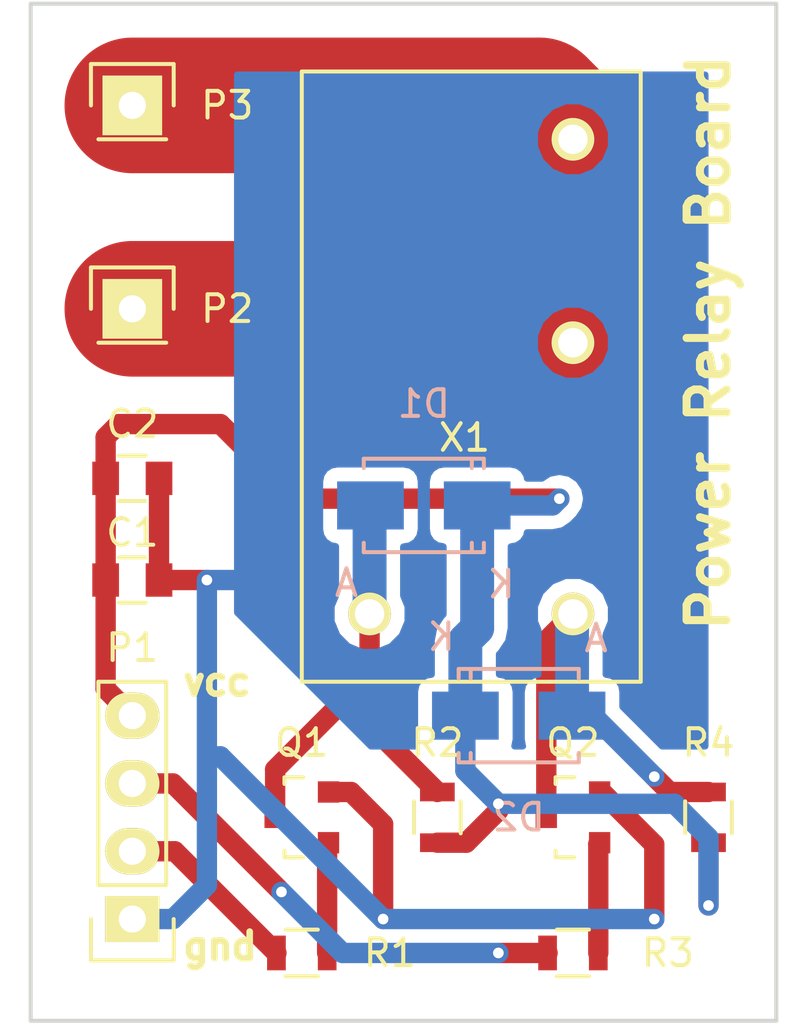
<source format=kicad_pcb>
(kicad_pcb (version 4) (host pcbnew 4.0.2-stable)

  (general
    (links 22)
    (no_connects 0)
    (area 88.824999 83.744999 116.915001 121.995001)
    (thickness 1.6)
    (drawings 7)
    (tracks 77)
    (zones 0)
    (modules 14)
    (nets 11)
  )

  (page A4)
  (layers
    (0 F.Cu signal)
    (31 B.Cu signal)
    (32 B.Adhes user)
    (33 F.Adhes user)
    (34 B.Paste user)
    (35 F.Paste user)
    (36 B.SilkS user)
    (37 F.SilkS user)
    (38 B.Mask user)
    (39 F.Mask user)
    (40 Dwgs.User user)
    (41 Cmts.User user)
    (42 Eco1.User user)
    (43 Eco2.User user)
    (44 Edge.Cuts user)
    (45 Margin user)
    (46 B.CrtYd user)
    (47 F.CrtYd user)
    (48 B.Fab user)
    (49 F.Fab user)
  )

  (setup
    (last_trace_width 0.762)
    (user_trace_width 0.254)
    (user_trace_width 0.762)
    (user_trace_width 1.27)
    (user_trace_width 2.54)
    (user_trace_width 5.08)
    (user_trace_width 7.62)
    (trace_clearance 0.2)
    (zone_clearance 0.508)
    (zone_45_only no)
    (trace_min 0.2)
    (segment_width 0.2)
    (edge_width 0.15)
    (via_size 0.6)
    (via_drill 0.4)
    (via_min_size 0.4)
    (via_min_drill 0.3)
    (uvia_size 0.3)
    (uvia_drill 0.1)
    (uvias_allowed no)
    (uvia_min_size 0.2)
    (uvia_min_drill 0.1)
    (pcb_text_width 0.3)
    (pcb_text_size 1.5 1.5)
    (mod_edge_width 0.15)
    (mod_text_size 1 1)
    (mod_text_width 0.15)
    (pad_size 1.524 1.524)
    (pad_drill 0.762)
    (pad_to_mask_clearance 0.2)
    (aux_axis_origin 0 0)
    (visible_elements 7FFFEFFF)
    (pcbplotparams
      (layerselection 0x00030_80000001)
      (usegerberextensions false)
      (excludeedgelayer true)
      (linewidth 0.100000)
      (plotframeref false)
      (viasonmask false)
      (mode 1)
      (useauxorigin false)
      (hpglpennumber 1)
      (hpglpenspeed 20)
      (hpglpendiameter 15)
      (hpglpenoverlay 2)
      (psnegative false)
      (psa4output false)
      (plotreference true)
      (plotvalue true)
      (plotinvisibletext false)
      (padsonsilk false)
      (subtractmaskfromsilk false)
      (outputformat 1)
      (mirror false)
      (drillshape 1)
      (scaleselection 1)
      (outputdirectory ""))
  )

  (net 0 "")
  (net 1 VCC)
  (net 2 GND)
  (net 3 /CTRL_IN)
  (net 4 "Net-(P2-Pad1)")
  (net 5 "Net-(Q1-Pad1)")
  (net 6 /BRIDGE_+)
  (net 7 "Net-(Q2-Pad1)")
  (net 8 /BRIDGE_-)
  (net 9 "Net-(P3-Pad1)")
  (net 10 /CTRL_IN_-)

  (net_class Default "This is the default net class."
    (clearance 0.2)
    (trace_width 0.25)
    (via_dia 0.6)
    (via_drill 0.4)
    (uvia_dia 0.3)
    (uvia_drill 0.1)
    (add_net /BRIDGE_+)
    (add_net /BRIDGE_-)
    (add_net /CTRL_IN)
    (add_net /CTRL_IN_-)
    (add_net GND)
    (add_net "Net-(P2-Pad1)")
    (add_net "Net-(P3-Pad1)")
    (add_net "Net-(Q1-Pad1)")
    (add_net "Net-(Q2-Pad1)")
    (add_net VCC)
  )

  (module Capacitors_SMD:C_0805 (layer F.Cu) (tedit 57E77410) (tstamp 57E77095)
    (at 92.71 105.41)
    (descr "Capacitor SMD 0805, reflow soldering, AVX (see smccp.pdf)")
    (tags "capacitor 0805")
    (path /57E761AC)
    (attr smd)
    (fp_text reference C1 (at 0 -1.778) (layer F.SilkS)
      (effects (font (size 1 1) (thickness 0.15)))
    )
    (fp_text value C (at 0 2.1) (layer F.Fab)
      (effects (font (size 1 1) (thickness 0.15)))
    )
    (fp_line (start -1.8 -1) (end 1.8 -1) (layer F.CrtYd) (width 0.05))
    (fp_line (start -1.8 1) (end 1.8 1) (layer F.CrtYd) (width 0.05))
    (fp_line (start -1.8 -1) (end -1.8 1) (layer F.CrtYd) (width 0.05))
    (fp_line (start 1.8 -1) (end 1.8 1) (layer F.CrtYd) (width 0.05))
    (fp_line (start 0.5 -0.85) (end -0.5 -0.85) (layer F.SilkS) (width 0.15))
    (fp_line (start -0.5 0.85) (end 0.5 0.85) (layer F.SilkS) (width 0.15))
    (pad 1 smd rect (at -1 0) (size 1 1.25) (layers F.Cu F.Paste F.Mask)
      (net 1 VCC))
    (pad 2 smd rect (at 1 0) (size 1 1.25) (layers F.Cu F.Paste F.Mask)
      (net 2 GND))
    (model Capacitors_SMD.3dshapes/C_0805.wrl
      (at (xyz 0 0 0))
      (scale (xyz 1 1 1))
      (rotate (xyz 0 0 0))
    )
  )

  (module Capacitors_SMD:C_0805 (layer F.Cu) (tedit 57E7740D) (tstamp 57E7709B)
    (at 92.71 101.6)
    (descr "Capacitor SMD 0805, reflow soldering, AVX (see smccp.pdf)")
    (tags "capacitor 0805")
    (path /57E76204)
    (attr smd)
    (fp_text reference C2 (at 0 -2.032) (layer F.SilkS)
      (effects (font (size 1 1) (thickness 0.15)))
    )
    (fp_text value C (at 0 2.1) (layer F.Fab)
      (effects (font (size 1 1) (thickness 0.15)))
    )
    (fp_line (start -1.8 -1) (end 1.8 -1) (layer F.CrtYd) (width 0.05))
    (fp_line (start -1.8 1) (end 1.8 1) (layer F.CrtYd) (width 0.05))
    (fp_line (start -1.8 -1) (end -1.8 1) (layer F.CrtYd) (width 0.05))
    (fp_line (start 1.8 -1) (end 1.8 1) (layer F.CrtYd) (width 0.05))
    (fp_line (start 0.5 -0.85) (end -0.5 -0.85) (layer F.SilkS) (width 0.15))
    (fp_line (start -0.5 0.85) (end 0.5 0.85) (layer F.SilkS) (width 0.15))
    (pad 1 smd rect (at -1 0) (size 1 1.25) (layers F.Cu F.Paste F.Mask)
      (net 1 VCC))
    (pad 2 smd rect (at 1 0) (size 1 1.25) (layers F.Cu F.Paste F.Mask)
      (net 2 GND))
    (model Capacitors_SMD.3dshapes/C_0805.wrl
      (at (xyz 0 0 0))
      (scale (xyz 1 1 1))
      (rotate (xyz 0 0 0))
    )
  )

  (module Pin_Headers:Pin_Header_Straight_1x04 (layer F.Cu) (tedit 57E773BE) (tstamp 57E770A3)
    (at 92.71 118.11 180)
    (descr "Through hole pin header")
    (tags "pin header")
    (path /57E75EDB)
    (fp_text reference P1 (at 0 10.16 180) (layer F.SilkS)
      (effects (font (size 1 1) (thickness 0.15)))
    )
    (fp_text value CONN_01X04 (at 0 -3.1 180) (layer F.Fab)
      (effects (font (size 1 1) (thickness 0.15)))
    )
    (fp_line (start -1.75 -1.75) (end -1.75 9.4) (layer F.CrtYd) (width 0.05))
    (fp_line (start 1.75 -1.75) (end 1.75 9.4) (layer F.CrtYd) (width 0.05))
    (fp_line (start -1.75 -1.75) (end 1.75 -1.75) (layer F.CrtYd) (width 0.05))
    (fp_line (start -1.75 9.4) (end 1.75 9.4) (layer F.CrtYd) (width 0.05))
    (fp_line (start -1.27 1.27) (end -1.27 8.89) (layer F.SilkS) (width 0.15))
    (fp_line (start 1.27 1.27) (end 1.27 8.89) (layer F.SilkS) (width 0.15))
    (fp_line (start 1.55 -1.55) (end 1.55 0) (layer F.SilkS) (width 0.15))
    (fp_line (start -1.27 8.89) (end 1.27 8.89) (layer F.SilkS) (width 0.15))
    (fp_line (start 1.27 1.27) (end -1.27 1.27) (layer F.SilkS) (width 0.15))
    (fp_line (start -1.55 0) (end -1.55 -1.55) (layer F.SilkS) (width 0.15))
    (fp_line (start -1.55 -1.55) (end 1.55 -1.55) (layer F.SilkS) (width 0.15))
    (pad 1 thru_hole rect (at 0 0 180) (size 2.032 1.7272) (drill 1.016) (layers *.Cu *.Mask F.SilkS)
      (net 2 GND))
    (pad 2 thru_hole oval (at 0 2.54 180) (size 2.032 1.7272) (drill 1.016) (layers *.Cu *.Mask F.SilkS)
      (net 10 /CTRL_IN_-))
    (pad 3 thru_hole oval (at 0 5.08 180) (size 2.032 1.7272) (drill 1.016) (layers *.Cu *.Mask F.SilkS)
      (net 3 /CTRL_IN))
    (pad 4 thru_hole oval (at 0 7.62 180) (size 2.032 1.7272) (drill 1.016) (layers *.Cu *.Mask F.SilkS)
      (net 1 VCC))
    (model Pin_Headers.3dshapes/Pin_Header_Straight_1x04.wrl
      (at (xyz 0 -0.15 0))
      (scale (xyz 1 1 1))
      (rotate (xyz 0 0 90))
    )
  )

  (module TO_SOT_Packages_SMD:SOT-23 (layer F.Cu) (tedit 57E773B5) (tstamp 57E770B0)
    (at 99.06 114.3 90)
    (descr "SOT-23, Standard")
    (tags SOT-23)
    (path /57E86621)
    (attr smd)
    (fp_text reference Q1 (at 2.794 0 180) (layer F.SilkS)
      (effects (font (size 1 1) (thickness 0.15)))
    )
    (fp_text value Q_NPN_BEC (at 0 2.3 90) (layer F.Fab)
      (effects (font (size 1 1) (thickness 0.15)))
    )
    (fp_line (start -1.65 -1.6) (end 1.65 -1.6) (layer F.CrtYd) (width 0.05))
    (fp_line (start 1.65 -1.6) (end 1.65 1.6) (layer F.CrtYd) (width 0.05))
    (fp_line (start 1.65 1.6) (end -1.65 1.6) (layer F.CrtYd) (width 0.05))
    (fp_line (start -1.65 1.6) (end -1.65 -1.6) (layer F.CrtYd) (width 0.05))
    (fp_line (start 1.29916 -0.65024) (end 1.2509 -0.65024) (layer F.SilkS) (width 0.15))
    (fp_line (start -1.49982 0.0508) (end -1.49982 -0.65024) (layer F.SilkS) (width 0.15))
    (fp_line (start -1.49982 -0.65024) (end -1.2509 -0.65024) (layer F.SilkS) (width 0.15))
    (fp_line (start 1.29916 -0.65024) (end 1.49982 -0.65024) (layer F.SilkS) (width 0.15))
    (fp_line (start 1.49982 -0.65024) (end 1.49982 0.0508) (layer F.SilkS) (width 0.15))
    (pad 1 smd rect (at -0.95 1.00076 90) (size 0.8001 0.8001) (layers F.Cu F.Paste F.Mask)
      (net 5 "Net-(Q1-Pad1)"))
    (pad 2 smd rect (at 0.95 1.00076 90) (size 0.8001 0.8001) (layers F.Cu F.Paste F.Mask)
      (net 2 GND))
    (pad 3 smd rect (at 0 -0.99822 90) (size 0.8001 0.8001) (layers F.Cu F.Paste F.Mask)
      (net 6 /BRIDGE_+))
    (model TO_SOT_Packages_SMD.3dshapes/SOT-23.wrl
      (at (xyz 0 0 0))
      (scale (xyz 1 1 1))
      (rotate (xyz 0 0 0))
    )
  )

  (module TO_SOT_Packages_SMD:SOT-23 (layer F.Cu) (tedit 57E773AB) (tstamp 57E770B7)
    (at 109.22 114.3 90)
    (descr "SOT-23, Standard")
    (tags SOT-23)
    (path /57E86E6E)
    (attr smd)
    (fp_text reference Q2 (at 2.794 0 180) (layer F.SilkS)
      (effects (font (size 1 1) (thickness 0.15)))
    )
    (fp_text value Q_NPN_BEC (at 0 2.3 90) (layer F.Fab)
      (effects (font (size 1 1) (thickness 0.15)))
    )
    (fp_line (start -1.65 -1.6) (end 1.65 -1.6) (layer F.CrtYd) (width 0.05))
    (fp_line (start 1.65 -1.6) (end 1.65 1.6) (layer F.CrtYd) (width 0.05))
    (fp_line (start 1.65 1.6) (end -1.65 1.6) (layer F.CrtYd) (width 0.05))
    (fp_line (start -1.65 1.6) (end -1.65 -1.6) (layer F.CrtYd) (width 0.05))
    (fp_line (start 1.29916 -0.65024) (end 1.2509 -0.65024) (layer F.SilkS) (width 0.15))
    (fp_line (start -1.49982 0.0508) (end -1.49982 -0.65024) (layer F.SilkS) (width 0.15))
    (fp_line (start -1.49982 -0.65024) (end -1.2509 -0.65024) (layer F.SilkS) (width 0.15))
    (fp_line (start 1.29916 -0.65024) (end 1.49982 -0.65024) (layer F.SilkS) (width 0.15))
    (fp_line (start 1.49982 -0.65024) (end 1.49982 0.0508) (layer F.SilkS) (width 0.15))
    (pad 1 smd rect (at -0.95 1.00076 90) (size 0.8001 0.8001) (layers F.Cu F.Paste F.Mask)
      (net 7 "Net-(Q2-Pad1)"))
    (pad 2 smd rect (at 0.95 1.00076 90) (size 0.8001 0.8001) (layers F.Cu F.Paste F.Mask)
      (net 2 GND))
    (pad 3 smd rect (at 0 -0.99822 90) (size 0.8001 0.8001) (layers F.Cu F.Paste F.Mask)
      (net 8 /BRIDGE_-))
    (model TO_SOT_Packages_SMD.3dshapes/SOT-23.wrl
      (at (xyz 0 0 0))
      (scale (xyz 1 1 1))
      (rotate (xyz 0 0 0))
    )
  )

  (module Resistors_SMD:R_0805 (layer F.Cu) (tedit 57E82CAD) (tstamp 57E770BD)
    (at 99.06 119.38 180)
    (descr "Resistor SMD 0805, reflow soldering, Vishay (see dcrcw.pdf)")
    (tags "resistor 0805")
    (path /57E74D5E)
    (attr smd)
    (fp_text reference R1 (at -3.302 0 180) (layer F.SilkS)
      (effects (font (size 1 1) (thickness 0.15)))
    )
    (fp_text value 100 (at 0 2.1 180) (layer F.Fab)
      (effects (font (size 1 1) (thickness 0.15)))
    )
    (fp_line (start -1.6 -1) (end 1.6 -1) (layer F.CrtYd) (width 0.05))
    (fp_line (start -1.6 1) (end 1.6 1) (layer F.CrtYd) (width 0.05))
    (fp_line (start -1.6 -1) (end -1.6 1) (layer F.CrtYd) (width 0.05))
    (fp_line (start 1.6 -1) (end 1.6 1) (layer F.CrtYd) (width 0.05))
    (fp_line (start 0.6 0.875) (end -0.6 0.875) (layer F.SilkS) (width 0.15))
    (fp_line (start -0.6 -0.875) (end 0.6 -0.875) (layer F.SilkS) (width 0.15))
    (pad 1 smd rect (at -0.95 0 180) (size 0.7 1.3) (layers F.Cu F.Paste F.Mask)
      (net 5 "Net-(Q1-Pad1)"))
    (pad 2 smd rect (at 0.95 0 180) (size 0.7 1.3) (layers F.Cu F.Paste F.Mask)
      (net 10 /CTRL_IN_-))
    (model Resistors_SMD.3dshapes/R_0805.wrl
      (at (xyz 0 0 0))
      (scale (xyz 1 1 1))
      (rotate (xyz 0 0 0))
    )
  )

  (module Resistors_SMD:R_0805 (layer F.Cu) (tedit 57E773AF) (tstamp 57E770C3)
    (at 104.14 114.3 90)
    (descr "Resistor SMD 0805, reflow soldering, Vishay (see dcrcw.pdf)")
    (tags "resistor 0805")
    (path /57E74C75)
    (attr smd)
    (fp_text reference R2 (at 2.794 0 180) (layer F.SilkS)
      (effects (font (size 1 1) (thickness 0.15)))
    )
    (fp_text value 100 (at 0 2.1 90) (layer F.Fab)
      (effects (font (size 1 1) (thickness 0.15)))
    )
    (fp_line (start -1.6 -1) (end 1.6 -1) (layer F.CrtYd) (width 0.05))
    (fp_line (start -1.6 1) (end 1.6 1) (layer F.CrtYd) (width 0.05))
    (fp_line (start -1.6 -1) (end -1.6 1) (layer F.CrtYd) (width 0.05))
    (fp_line (start 1.6 -1) (end 1.6 1) (layer F.CrtYd) (width 0.05))
    (fp_line (start 0.6 0.875) (end -0.6 0.875) (layer F.SilkS) (width 0.15))
    (fp_line (start -0.6 -0.875) (end 0.6 -0.875) (layer F.SilkS) (width 0.15))
    (pad 1 smd rect (at -0.95 0 90) (size 0.7 1.3) (layers F.Cu F.Paste F.Mask)
      (net 1 VCC))
    (pad 2 smd rect (at 0.95 0 90) (size 0.7 1.3) (layers F.Cu F.Paste F.Mask)
      (net 6 /BRIDGE_+))
    (model Resistors_SMD.3dshapes/R_0805.wrl
      (at (xyz 0 0 0))
      (scale (xyz 1 1 1))
      (rotate (xyz 0 0 0))
    )
  )

  (module Resistors_SMD:R_0805 (layer F.Cu) (tedit 57E82CB0) (tstamp 57E770C9)
    (at 109.22 119.38 180)
    (descr "Resistor SMD 0805, reflow soldering, Vishay (see dcrcw.pdf)")
    (tags "resistor 0805")
    (path /57E78306)
    (attr smd)
    (fp_text reference R3 (at -3.556 0 180) (layer F.SilkS)
      (effects (font (size 1 1) (thickness 0.15)))
    )
    (fp_text value 100 (at 0 2.1 180) (layer F.Fab)
      (effects (font (size 1 1) (thickness 0.15)))
    )
    (fp_line (start -1.6 -1) (end 1.6 -1) (layer F.CrtYd) (width 0.05))
    (fp_line (start -1.6 1) (end 1.6 1) (layer F.CrtYd) (width 0.05))
    (fp_line (start -1.6 -1) (end -1.6 1) (layer F.CrtYd) (width 0.05))
    (fp_line (start 1.6 -1) (end 1.6 1) (layer F.CrtYd) (width 0.05))
    (fp_line (start 0.6 0.875) (end -0.6 0.875) (layer F.SilkS) (width 0.15))
    (fp_line (start -0.6 -0.875) (end 0.6 -0.875) (layer F.SilkS) (width 0.15))
    (pad 1 smd rect (at -0.95 0 180) (size 0.7 1.3) (layers F.Cu F.Paste F.Mask)
      (net 7 "Net-(Q2-Pad1)"))
    (pad 2 smd rect (at 0.95 0 180) (size 0.7 1.3) (layers F.Cu F.Paste F.Mask)
      (net 3 /CTRL_IN))
    (model Resistors_SMD.3dshapes/R_0805.wrl
      (at (xyz 0 0 0))
      (scale (xyz 1 1 1))
      (rotate (xyz 0 0 0))
    )
  )

  (module Resistors_SMD:R_0805 (layer F.Cu) (tedit 57E773A7) (tstamp 57E770CF)
    (at 114.3 114.3 90)
    (descr "Resistor SMD 0805, reflow soldering, Vishay (see dcrcw.pdf)")
    (tags "resistor 0805")
    (path /57E74CA3)
    (attr smd)
    (fp_text reference R4 (at 2.794 0 180) (layer F.SilkS)
      (effects (font (size 1 1) (thickness 0.15)))
    )
    (fp_text value 100 (at 0 2.1 90) (layer F.Fab)
      (effects (font (size 1 1) (thickness 0.15)))
    )
    (fp_line (start -1.6 -1) (end 1.6 -1) (layer F.CrtYd) (width 0.05))
    (fp_line (start -1.6 1) (end 1.6 1) (layer F.CrtYd) (width 0.05))
    (fp_line (start -1.6 -1) (end -1.6 1) (layer F.CrtYd) (width 0.05))
    (fp_line (start 1.6 -1) (end 1.6 1) (layer F.CrtYd) (width 0.05))
    (fp_line (start 0.6 0.875) (end -0.6 0.875) (layer F.SilkS) (width 0.15))
    (fp_line (start -0.6 -0.875) (end 0.6 -0.875) (layer F.SilkS) (width 0.15))
    (pad 1 smd rect (at -0.95 0 90) (size 0.7 1.3) (layers F.Cu F.Paste F.Mask)
      (net 1 VCC))
    (pad 2 smd rect (at 0.95 0 90) (size 0.7 1.3) (layers F.Cu F.Paste F.Mask)
      (net 8 /BRIDGE_-))
    (model Resistors_SMD.3dshapes/R_0805.wrl
      (at (xyz 0 0 0))
      (scale (xyz 1 1 1))
      (rotate (xyz 0 0 0))
    )
  )

  (module pwr_relay:G6BU-1114P-US-DC12 (layer F.Cu) (tedit 57E7739D) (tstamp 57E770D7)
    (at 109.22 106.68 90)
    (path /57E752C7)
    (fp_text reference X1 (at 6.604 -4.064 180) (layer F.SilkS)
      (effects (font (size 1 1) (thickness 0.15)))
    )
    (fp_text value RELAY_SPST (at 7.62 5.08 90) (layer F.Fab)
      (effects (font (size 1 1) (thickness 0.15)))
    )
    (fp_line (start -2.54 -10.16) (end -2.54 2.54) (layer F.SilkS) (width 0.15))
    (fp_line (start -2.54 2.54) (end 20.32 2.54) (layer F.SilkS) (width 0.15))
    (fp_line (start 20.32 2.54) (end 20.32 -10.16) (layer F.SilkS) (width 0.15))
    (fp_line (start 20.32 -10.16) (end -2.54 -10.16) (layer F.SilkS) (width 0.15))
    (pad 4 thru_hole circle (at 17.78 0 90) (size 1.6 1.6) (drill 1.1) (layers *.Cu *.Mask F.SilkS)
      (net 9 "Net-(P3-Pad1)"))
    (pad 3 thru_hole circle (at 10.16 0 90) (size 1.6 1.6) (drill 1.1) (layers *.Cu *.Mask F.SilkS)
      (net 4 "Net-(P2-Pad1)"))
    (pad 6 thru_hole circle (at 0 -7.62 90) (size 1.6 1.6) (drill 1.1) (layers *.Cu *.Mask F.SilkS)
      (net 6 /BRIDGE_+))
    (pad 1 thru_hole circle (at 0 0 90) (size 1.6 1.6) (drill 1.1) (layers *.Cu *.Mask F.SilkS)
      (net 8 /BRIDGE_-))
  )

  (module Pin_Headers:Pin_Header_Straight_1x01 (layer F.Cu) (tedit 57E77399) (tstamp 57E771C1)
    (at 92.71 87.63)
    (descr "Through hole pin header")
    (tags "pin header")
    (path /57E77944)
    (fp_text reference P3 (at 3.556 0) (layer F.SilkS)
      (effects (font (size 1 1) (thickness 0.15)))
    )
    (fp_text value CONN_01X01 (at 0 -3.1) (layer F.Fab)
      (effects (font (size 1 1) (thickness 0.15)))
    )
    (fp_line (start 1.55 -1.55) (end 1.55 0) (layer F.SilkS) (width 0.15))
    (fp_line (start -1.75 -1.75) (end -1.75 1.75) (layer F.CrtYd) (width 0.05))
    (fp_line (start 1.75 -1.75) (end 1.75 1.75) (layer F.CrtYd) (width 0.05))
    (fp_line (start -1.75 -1.75) (end 1.75 -1.75) (layer F.CrtYd) (width 0.05))
    (fp_line (start -1.75 1.75) (end 1.75 1.75) (layer F.CrtYd) (width 0.05))
    (fp_line (start -1.55 0) (end -1.55 -1.55) (layer F.SilkS) (width 0.15))
    (fp_line (start -1.55 -1.55) (end 1.55 -1.55) (layer F.SilkS) (width 0.15))
    (fp_line (start -1.27 1.27) (end 1.27 1.27) (layer F.SilkS) (width 0.15))
    (pad 1 thru_hole rect (at 0 0) (size 2.2352 2.2352) (drill 1.016) (layers *.Cu *.Mask F.SilkS)
      (net 9 "Net-(P3-Pad1)"))
    (model Pin_Headers.3dshapes/Pin_Header_Straight_1x01.wrl
      (at (xyz 0 0 0))
      (scale (xyz 1 1 1))
      (rotate (xyz 0 0 90))
    )
  )

  (module Pin_Headers:Pin_Header_Straight_1x01 (layer F.Cu) (tedit 57E77396) (tstamp 57E771D6)
    (at 92.71 95.25)
    (descr "Through hole pin header")
    (tags "pin header")
    (path /57E77898)
    (fp_text reference P2 (at 3.556 0) (layer F.SilkS)
      (effects (font (size 1 1) (thickness 0.15)))
    )
    (fp_text value CONN_01X01 (at 0 -3.1) (layer F.Fab)
      (effects (font (size 1 1) (thickness 0.15)))
    )
    (fp_line (start 1.55 -1.55) (end 1.55 0) (layer F.SilkS) (width 0.15))
    (fp_line (start -1.75 -1.75) (end -1.75 1.75) (layer F.CrtYd) (width 0.05))
    (fp_line (start 1.75 -1.75) (end 1.75 1.75) (layer F.CrtYd) (width 0.05))
    (fp_line (start -1.75 -1.75) (end 1.75 -1.75) (layer F.CrtYd) (width 0.05))
    (fp_line (start -1.75 1.75) (end 1.75 1.75) (layer F.CrtYd) (width 0.05))
    (fp_line (start -1.55 0) (end -1.55 -1.55) (layer F.SilkS) (width 0.15))
    (fp_line (start -1.55 -1.55) (end 1.55 -1.55) (layer F.SilkS) (width 0.15))
    (fp_line (start -1.27 1.27) (end 1.27 1.27) (layer F.SilkS) (width 0.15))
    (pad 1 thru_hole rect (at 0 0) (size 2.2352 2.2352) (drill 1.016) (layers *.Cu *.Mask F.SilkS)
      (net 4 "Net-(P2-Pad1)"))
    (model Pin_Headers.3dshapes/Pin_Header_Straight_1x01.wrl
      (at (xyz 0 0 0))
      (scale (xyz 1 1 1))
      (rotate (xyz 0 0 90))
    )
  )

  (module Diodes_SMD:SMA_Standard (layer B.Cu) (tedit 552FF239) (tstamp 57E775B8)
    (at 103.632 102.616 180)
    (descr "Diode SMA")
    (tags "Diode SMA")
    (path /57E776A3)
    (attr smd)
    (fp_text reference D1 (at 0 3.81 180) (layer B.SilkS)
      (effects (font (size 1 1) (thickness 0.15)) (justify mirror))
    )
    (fp_text value D (at 0 -4.3 180) (layer B.Fab)
      (effects (font (size 1 1) (thickness 0.15)) (justify mirror))
    )
    (fp_line (start -3.5 2) (end 3.5 2) (layer B.CrtYd) (width 0.05))
    (fp_line (start 3.5 2) (end 3.5 -2) (layer B.CrtYd) (width 0.05))
    (fp_line (start 3.5 -2) (end -3.5 -2) (layer B.CrtYd) (width 0.05))
    (fp_line (start -3.5 -2) (end -3.5 2) (layer B.CrtYd) (width 0.05))
    (fp_text user K (at -2.9 -2.95 180) (layer B.SilkS)
      (effects (font (size 1 1) (thickness 0.15)) (justify mirror))
    )
    (fp_text user A (at 2.9 -2.9 180) (layer B.SilkS)
      (effects (font (size 1 1) (thickness 0.15)) (justify mirror))
    )
    (fp_circle (center 0 0) (end 0.20066 0.0508) (layer B.Adhes) (width 0.381))
    (fp_line (start -1.79914 -1.75006) (end -1.79914 -1.39954) (layer B.SilkS) (width 0.15))
    (fp_line (start -1.79914 1.75006) (end -1.79914 1.39954) (layer B.SilkS) (width 0.15))
    (fp_line (start 2.25044 -1.75006) (end 2.25044 -1.39954) (layer B.SilkS) (width 0.15))
    (fp_line (start -2.25044 -1.75006) (end -2.25044 -1.39954) (layer B.SilkS) (width 0.15))
    (fp_line (start -2.25044 1.75006) (end -2.25044 1.39954) (layer B.SilkS) (width 0.15))
    (fp_line (start 2.25044 1.75006) (end 2.25044 1.39954) (layer B.SilkS) (width 0.15))
    (fp_line (start -2.25044 -1.75006) (end 2.25044 -1.75006) (layer B.SilkS) (width 0.15))
    (fp_line (start -2.25044 1.75006) (end 2.25044 1.75006) (layer B.SilkS) (width 0.15))
    (pad 1 smd rect (at -1.99898 0 180) (size 2.49936 1.80086) (layers B.Cu B.Paste B.Mask)
      (net 1 VCC))
    (pad 2 smd rect (at 1.99898 0 180) (size 2.49936 1.80086) (layers B.Cu B.Paste B.Mask)
      (net 6 /BRIDGE_+))
    (model Diodes_SMD.3dshapes/SMA_Standard.wrl
      (at (xyz 0 0 0))
      (scale (xyz 0.3937 0.3937 0.3937))
      (rotate (xyz 0 0 180))
    )
  )

  (module Diodes_SMD:SMA_Standard (layer B.Cu) (tedit 552FF239) (tstamp 57E775BE)
    (at 107.188 110.49)
    (descr "Diode SMA")
    (tags "Diode SMA")
    (path /57E77791)
    (attr smd)
    (fp_text reference D2 (at 0 3.81) (layer B.SilkS)
      (effects (font (size 1 1) (thickness 0.15)) (justify mirror))
    )
    (fp_text value D (at 0 -4.3) (layer B.Fab)
      (effects (font (size 1 1) (thickness 0.15)) (justify mirror))
    )
    (fp_line (start -3.5 2) (end 3.5 2) (layer B.CrtYd) (width 0.05))
    (fp_line (start 3.5 2) (end 3.5 -2) (layer B.CrtYd) (width 0.05))
    (fp_line (start 3.5 -2) (end -3.5 -2) (layer B.CrtYd) (width 0.05))
    (fp_line (start -3.5 -2) (end -3.5 2) (layer B.CrtYd) (width 0.05))
    (fp_text user K (at -2.9 -2.95) (layer B.SilkS)
      (effects (font (size 1 1) (thickness 0.15)) (justify mirror))
    )
    (fp_text user A (at 2.9 -2.9) (layer B.SilkS)
      (effects (font (size 1 1) (thickness 0.15)) (justify mirror))
    )
    (fp_circle (center 0 0) (end 0.20066 0.0508) (layer B.Adhes) (width 0.381))
    (fp_line (start -1.79914 -1.75006) (end -1.79914 -1.39954) (layer B.SilkS) (width 0.15))
    (fp_line (start -1.79914 1.75006) (end -1.79914 1.39954) (layer B.SilkS) (width 0.15))
    (fp_line (start 2.25044 -1.75006) (end 2.25044 -1.39954) (layer B.SilkS) (width 0.15))
    (fp_line (start -2.25044 -1.75006) (end -2.25044 -1.39954) (layer B.SilkS) (width 0.15))
    (fp_line (start -2.25044 1.75006) (end -2.25044 1.39954) (layer B.SilkS) (width 0.15))
    (fp_line (start 2.25044 1.75006) (end 2.25044 1.39954) (layer B.SilkS) (width 0.15))
    (fp_line (start -2.25044 -1.75006) (end 2.25044 -1.75006) (layer B.SilkS) (width 0.15))
    (fp_line (start -2.25044 1.75006) (end 2.25044 1.75006) (layer B.SilkS) (width 0.15))
    (pad 1 smd rect (at -1.99898 0) (size 2.49936 1.80086) (layers B.Cu B.Paste B.Mask)
      (net 1 VCC))
    (pad 2 smd rect (at 1.99898 0) (size 2.49936 1.80086) (layers B.Cu B.Paste B.Mask)
      (net 8 /BRIDGE_-))
    (model Diodes_SMD.3dshapes/SMA_Standard.wrl
      (at (xyz 0 0 0))
      (scale (xyz 0.3937 0.3937 0.3937))
      (rotate (xyz 0 0 180))
    )
  )

  (gr_text "Power Relay Board" (at 114.3 96.52 90) (layer F.SilkS)
    (effects (font (size 1.5 1.5) (thickness 0.3)))
  )
  (gr_line (start 116.84 83.82) (end 88.9 83.82) (angle 90) (layer Edge.Cuts) (width 0.15))
  (gr_line (start 116.84 121.92) (end 116.84 83.82) (angle 90) (layer Edge.Cuts) (width 0.15))
  (gr_line (start 88.9 121.92) (end 116.84 121.92) (angle 90) (layer Edge.Cuts) (width 0.15))
  (gr_line (start 88.9 83.82) (end 88.9 121.92) (angle 90) (layer Edge.Cuts) (width 0.15))
  (gr_text gnd (at 94.488 119.126) (layer F.SilkS)
    (effects (font (size 0.992 0.992) (thickness 0.248)) (justify left))
  )
  (gr_text vcc (at 94.488 109.22) (layer F.SilkS)
    (effects (font (size 0.992 0.992) (thickness 0.248)) (justify left))
  )

  (segment (start 91.71 101.6) (end 91.71 100.06) (width 0.762) (layer F.Cu) (net 1) (status 400000))
  (segment (start 108.458 102.616) (end 105.63098 102.616) (width 0.762) (layer B.Cu) (net 1) (tstamp 57E86542) (status 800000))
  (segment (start 108.712 102.362) (end 108.458 102.616) (width 0.762) (layer B.Cu) (net 1) (tstamp 57E86541))
  (via (at 108.712 102.362) (size 0.6) (drill 0.4) (layers F.Cu B.Cu) (net 1))
  (segment (start 98.806 102.362) (end 108.712 102.362) (width 0.762) (layer F.Cu) (net 1) (tstamp 57E8653F))
  (segment (start 96.012 99.568) (end 98.806 102.362) (width 0.762) (layer F.Cu) (net 1) (tstamp 57E8653A))
  (segment (start 92.202 99.568) (end 96.012 99.568) (width 0.762) (layer F.Cu) (net 1) (tstamp 57E86538))
  (segment (start 91.71 100.06) (end 92.202 99.568) (width 0.762) (layer F.Cu) (net 1) (tstamp 57E86537))
  (segment (start 106.426 113.792) (end 113.03 113.792) (width 0.762) (layer B.Cu) (net 1))
  (segment (start 114.3 117.602) (end 114.3 115.25) (width 0.762) (layer F.Cu) (net 1) (tstamp 57E864B6))
  (via (at 114.3 117.602) (size 0.6) (drill 0.4) (layers F.Cu B.Cu) (net 1))
  (segment (start 114.3 115.062) (end 114.3 117.602) (width 0.762) (layer B.Cu) (net 1) (tstamp 57E864B2))
  (segment (start 113.03 113.792) (end 114.3 115.062) (width 0.762) (layer B.Cu) (net 1) (tstamp 57E864AB))
  (segment (start 104.14 115.25) (end 105.222 115.25) (width 0.762) (layer F.Cu) (net 1))
  (segment (start 105.18902 112.55502) (end 105.18902 110.49) (width 0.762) (layer B.Cu) (net 1) (tstamp 57E86416))
  (segment (start 106.426 113.792) (end 105.18902 112.55502) (width 0.762) (layer B.Cu) (net 1) (tstamp 57E86415))
  (via (at 106.426 113.792) (size 0.6) (drill 0.4) (layers F.Cu B.Cu) (net 1))
  (segment (start 106.426 114.046) (end 106.426 113.792) (width 0.762) (layer F.Cu) (net 1) (tstamp 57E86412))
  (segment (start 105.222 115.25) (end 106.426 114.046) (width 0.762) (layer F.Cu) (net 1) (tstamp 57E86411))
  (segment (start 105.63098 102.616) (end 105.63098 107.22102) (width 1.27) (layer B.Cu) (net 1))
  (segment (start 105.63098 107.22102) (end 105.18902 107.66298) (width 1.27) (layer B.Cu) (net 1) (tstamp 57E7761D))
  (segment (start 105.18902 107.66298) (end 105.18902 110.49) (width 1.27) (layer B.Cu) (net 1) (tstamp 57E77621))
  (segment (start 91.71 105.41) (end 91.71 109.49) (width 0.762) (layer F.Cu) (net 1))
  (segment (start 91.71 109.49) (end 92.71 110.49) (width 0.762) (layer F.Cu) (net 1) (tstamp 57E7726F))
  (segment (start 91.71 101.6) (end 91.71 105.41) (width 0.762) (layer F.Cu) (net 1))
  (segment (start 110.22076 113.35) (end 110.302 113.35) (width 0.762) (layer F.Cu) (net 2))
  (segment (start 110.302 113.35) (end 112.268 115.316) (width 0.762) (layer F.Cu) (net 2) (tstamp 57E864EE))
  (segment (start 112.268 115.316) (end 112.268 118.11) (width 0.762) (layer F.Cu) (net 2) (tstamp 57E864F2))
  (via (at 112.268 118.11) (size 0.6) (drill 0.4) (layers F.Cu B.Cu) (net 2))
  (segment (start 112.268 118.11) (end 102.108 118.11) (width 0.762) (layer B.Cu) (net 2) (tstamp 57E864F6))
  (segment (start 100.06076 113.35) (end 100.904 113.35) (width 0.762) (layer F.Cu) (net 2))
  (segment (start 96.012 112.014) (end 102.108 118.11) (width 0.762) (layer B.Cu) (net 2) (tstamp 57E863FC))
  (via (at 102.108 118.11) (size 0.6) (drill 0.4) (layers F.Cu B.Cu) (net 2))
  (segment (start 96.012 112.014) (end 95.504 112.014) (width 0.762) (layer B.Cu) (net 2))
  (segment (start 102.108 114.554) (end 102.108 118.11) (width 0.762) (layer F.Cu) (net 2) (tstamp 57E8640C))
  (segment (start 100.904 113.35) (end 102.108 114.554) (width 0.762) (layer F.Cu) (net 2) (tstamp 57E8640A))
  (segment (start 95.504 105.41) (end 97.536 105.41) (width 0.762) (layer B.Cu) (net 2))
  (segment (start 92.71 118.11) (end 94.234 118.11) (width 0.762) (layer B.Cu) (net 2))
  (segment (start 95.504 105.41) (end 93.71 105.41) (width 0.762) (layer F.Cu) (net 2) (tstamp 57E863F1))
  (via (at 95.504 105.41) (size 0.6) (drill 0.4) (layers F.Cu B.Cu) (net 2))
  (segment (start 95.504 116.84) (end 95.504 112.014) (width 0.762) (layer B.Cu) (net 2) (tstamp 57E863E9))
  (segment (start 95.504 112.014) (end 95.504 105.41) (width 0.762) (layer B.Cu) (net 2) (tstamp 57E863FA))
  (segment (start 94.234 118.11) (end 95.504 116.84) (width 0.762) (layer B.Cu) (net 2) (tstamp 57E863E8))
  (segment (start 93.71 101.6) (end 93.71 105.41) (width 0.762) (layer F.Cu) (net 2))
  (segment (start 92.71 113.03) (end 94.234 113.03) (width 0.762) (layer F.Cu) (net 3))
  (segment (start 106.426 119.38) (end 108.27 119.38) (width 0.762) (layer F.Cu) (net 3) (tstamp 57E77352))
  (via (at 106.426 119.38) (size 0.6) (drill 0.4) (layers F.Cu B.Cu) (net 3))
  (segment (start 100.584 119.38) (end 106.426 119.38) (width 0.762) (layer B.Cu) (net 3) (tstamp 57E77350))
  (segment (start 98.298 117.094) (end 100.584 119.38) (width 0.762) (layer B.Cu) (net 3) (tstamp 57E7734F))
  (via (at 98.298 117.094) (size 0.6) (drill 0.4) (layers F.Cu B.Cu) (net 3))
  (segment (start 94.234 113.03) (end 98.298 117.094) (width 0.762) (layer F.Cu) (net 3) (tstamp 57E77348))
  (segment (start 92.71 95.25) (end 107.95 95.25) (width 5.08) (layer F.Cu) (net 4))
  (segment (start 107.95 95.25) (end 109.22 96.52) (width 5.08) (layer F.Cu) (net 4) (tstamp 57E77261))
  (segment (start 100.01 119.38) (end 100.01 115.30076) (width 0.762) (layer F.Cu) (net 5))
  (segment (start 100.01 115.30076) (end 100.06076 115.25) (width 0.762) (layer F.Cu) (net 5) (tstamp 57E772BF))
  (segment (start 101.6 108.966) (end 101.6 110.81) (width 0.762) (layer F.Cu) (net 6))
  (segment (start 101.6 110.81) (end 104.14 113.35) (width 0.762) (layer F.Cu) (net 6) (tstamp 57E86330))
  (segment (start 101.6 106.68) (end 101.6 108.966) (width 0.762) (layer F.Cu) (net 6))
  (segment (start 98.06178 112.50422) (end 98.06178 114.3) (width 0.762) (layer F.Cu) (net 6) (tstamp 57E8632D))
  (segment (start 101.6 108.966) (end 98.06178 112.50422) (width 0.762) (layer F.Cu) (net 6) (tstamp 57E86328))
  (segment (start 101.6 106.68) (end 101.6 102.64902) (width 1.27) (layer B.Cu) (net 6))
  (segment (start 101.6 102.64902) (end 101.63302 102.616) (width 1.27) (layer B.Cu) (net 6) (tstamp 57E77607))
  (segment (start 110.17 119.38) (end 110.17 115.30076) (width 0.762) (layer F.Cu) (net 7))
  (segment (start 110.17 115.30076) (end 110.22076 115.25) (width 0.762) (layer F.Cu) (net 7) (tstamp 57E772E5))
  (segment (start 108.22178 114.3) (end 108.22178 107.67822) (width 0.762) (layer F.Cu) (net 8))
  (segment (start 108.22178 107.67822) (end 109.22 106.68) (width 0.762) (layer F.Cu) (net 8) (tstamp 57E8636B))
  (segment (start 109.18698 110.49) (end 109.982 110.49) (width 0.762) (layer B.Cu) (net 8))
  (segment (start 109.982 110.49) (end 112.268 112.776) (width 0.762) (layer B.Cu) (net 8) (tstamp 57E8635C))
  (segment (start 112.842 113.35) (end 114.3 113.35) (width 0.762) (layer F.Cu) (net 8) (tstamp 57E86366))
  (segment (start 112.268 112.776) (end 112.842 113.35) (width 0.762) (layer F.Cu) (net 8) (tstamp 57E86365))
  (via (at 112.268 112.776) (size 0.6) (drill 0.4) (layers F.Cu B.Cu) (net 8))
  (segment (start 109.18698 110.49) (end 109.18698 106.71302) (width 1.27) (layer B.Cu) (net 8))
  (segment (start 109.18698 106.71302) (end 109.22 106.68) (width 1.27) (layer B.Cu) (net 8) (tstamp 57E77624))
  (segment (start 92.71 87.63) (end 107.95 87.63) (width 5.08) (layer F.Cu) (net 9))
  (segment (start 107.95 87.63) (end 109.22 88.9) (width 5.08) (layer F.Cu) (net 9) (tstamp 57E7725E))
  (segment (start 92.71 115.57) (end 94.3 115.57) (width 0.762) (layer F.Cu) (net 10))
  (segment (start 94.3 115.57) (end 98.11 119.38) (width 0.762) (layer F.Cu) (net 10) (tstamp 57E772BC))

  (zone (net 2) (net_name GND) (layer B.Cu) (tstamp 57E774CB) (hatch edge 0.508)
    (connect_pads (clearance 0.508))
    (min_thickness 0.254)
    (fill yes (arc_segments 16) (thermal_gap 0.508) (thermal_bridge_width 0.508))
    (polygon
      (pts
        (xy 114.3 111.76) (xy 101.6 111.76) (xy 96.52 106.68) (xy 96.52 86.36) (xy 114.3 86.36)
        (xy 114.3 111.76)
      )
    )
    (filled_polygon
      (pts
        (xy 114.173 111.633) (xy 112.561841 111.633) (xy 111.0841 110.15526) (xy 111.0841 109.58957) (xy 111.039822 109.354253)
        (xy 110.90075 109.138129) (xy 110.68855 108.993139) (xy 110.45698 108.946245) (xy 110.45698 107.442974) (xy 110.65475 106.966691)
        (xy 110.655248 106.395813) (xy 110.437243 105.8682) (xy 110.033923 105.464176) (xy 109.506691 105.24525) (xy 108.935813 105.244752)
        (xy 108.4082 105.462757) (xy 108.004176 105.866077) (xy 107.78525 106.393309) (xy 107.784752 106.964187) (xy 107.91698 107.284204)
        (xy 107.91698 108.945953) (xy 107.701983 108.986408) (xy 107.485859 109.12548) (xy 107.340869 109.33768) (xy 107.28986 109.58957)
        (xy 107.28986 111.39043) (xy 107.334138 111.625747) (xy 107.338805 111.633) (xy 107.037018 111.633) (xy 107.08614 111.39043)
        (xy 107.08614 109.58957) (xy 107.041862 109.354253) (xy 106.90279 109.138129) (xy 106.69059 108.993139) (xy 106.45902 108.946245)
        (xy 106.45902 108.189031) (xy 106.529003 108.119048) (xy 106.529006 108.119046) (xy 106.804307 107.707028) (xy 106.829967 107.578026)
        (xy 106.900981 107.22102) (xy 106.90098 107.221015) (xy 106.90098 104.160047) (xy 107.115977 104.119592) (xy 107.332101 103.98052)
        (xy 107.477091 103.76832) (xy 107.504696 103.632) (xy 108.458 103.632) (xy 108.7823 103.567493) (xy 108.846807 103.554662)
        (xy 109.17642 103.33442) (xy 109.43042 103.080421) (xy 109.650661 102.750807) (xy 109.727999 102.362) (xy 109.650661 101.973193)
        (xy 109.43042 101.64358) (xy 109.100807 101.423339) (xy 108.712 101.346001) (xy 108.323193 101.423339) (xy 108.058801 101.6)
        (xy 107.506354 101.6) (xy 107.483822 101.480253) (xy 107.34475 101.264129) (xy 107.13255 101.119139) (xy 106.88066 101.06813)
        (xy 104.3813 101.06813) (xy 104.145983 101.112408) (xy 103.929859 101.25148) (xy 103.784869 101.46368) (xy 103.73386 101.71557)
        (xy 103.73386 103.51643) (xy 103.778138 103.751747) (xy 103.91721 103.967871) (xy 104.12941 104.112861) (xy 104.36098 104.159755)
        (xy 104.36098 106.694968) (xy 104.290994 106.764954) (xy 104.015693 107.176972) (xy 103.919019 107.66298) (xy 103.91902 107.662985)
        (xy 103.91902 108.945953) (xy 103.704023 108.986408) (xy 103.487899 109.12548) (xy 103.342909 109.33768) (xy 103.2919 109.58957)
        (xy 103.2919 111.39043) (xy 103.336178 111.625747) (xy 103.340845 111.633) (xy 101.652606 111.633) (xy 96.647 106.627394)
        (xy 96.647 101.71557) (xy 99.7359 101.71557) (xy 99.7359 103.51643) (xy 99.780178 103.751747) (xy 99.91925 103.967871)
        (xy 100.13145 104.112861) (xy 100.33 104.153068) (xy 100.33 105.996547) (xy 100.16525 106.393309) (xy 100.164752 106.964187)
        (xy 100.382757 107.4918) (xy 100.786077 107.895824) (xy 101.313309 108.11475) (xy 101.884187 108.115248) (xy 102.4118 107.897243)
        (xy 102.815824 107.493923) (xy 103.03475 106.966691) (xy 103.035248 106.395813) (xy 102.87 105.995882) (xy 102.87 104.16387)
        (xy 102.8827 104.16387) (xy 103.118017 104.119592) (xy 103.334141 103.98052) (xy 103.479131 103.76832) (xy 103.53014 103.51643)
        (xy 103.53014 101.71557) (xy 103.485862 101.480253) (xy 103.34679 101.264129) (xy 103.13459 101.119139) (xy 102.8827 101.06813)
        (xy 100.38334 101.06813) (xy 100.148023 101.112408) (xy 99.931899 101.25148) (xy 99.786909 101.46368) (xy 99.7359 101.71557)
        (xy 96.647 101.71557) (xy 96.647 96.804187) (xy 107.784752 96.804187) (xy 108.002757 97.3318) (xy 108.406077 97.735824)
        (xy 108.933309 97.95475) (xy 109.504187 97.955248) (xy 110.0318 97.737243) (xy 110.435824 97.333923) (xy 110.65475 96.806691)
        (xy 110.655248 96.235813) (xy 110.437243 95.7082) (xy 110.033923 95.304176) (xy 109.506691 95.08525) (xy 108.935813 95.084752)
        (xy 108.4082 95.302757) (xy 108.004176 95.706077) (xy 107.78525 96.233309) (xy 107.784752 96.804187) (xy 96.647 96.804187)
        (xy 96.647 89.184187) (xy 107.784752 89.184187) (xy 108.002757 89.7118) (xy 108.406077 90.115824) (xy 108.933309 90.33475)
        (xy 109.504187 90.335248) (xy 110.0318 90.117243) (xy 110.435824 89.713923) (xy 110.65475 89.186691) (xy 110.655248 88.615813)
        (xy 110.437243 88.0882) (xy 110.033923 87.684176) (xy 109.506691 87.46525) (xy 108.935813 87.464752) (xy 108.4082 87.682757)
        (xy 108.004176 88.086077) (xy 107.78525 88.613309) (xy 107.784752 89.184187) (xy 96.647 89.184187) (xy 96.647 86.487)
        (xy 114.173 86.487)
      )
    )
  )
)

</source>
